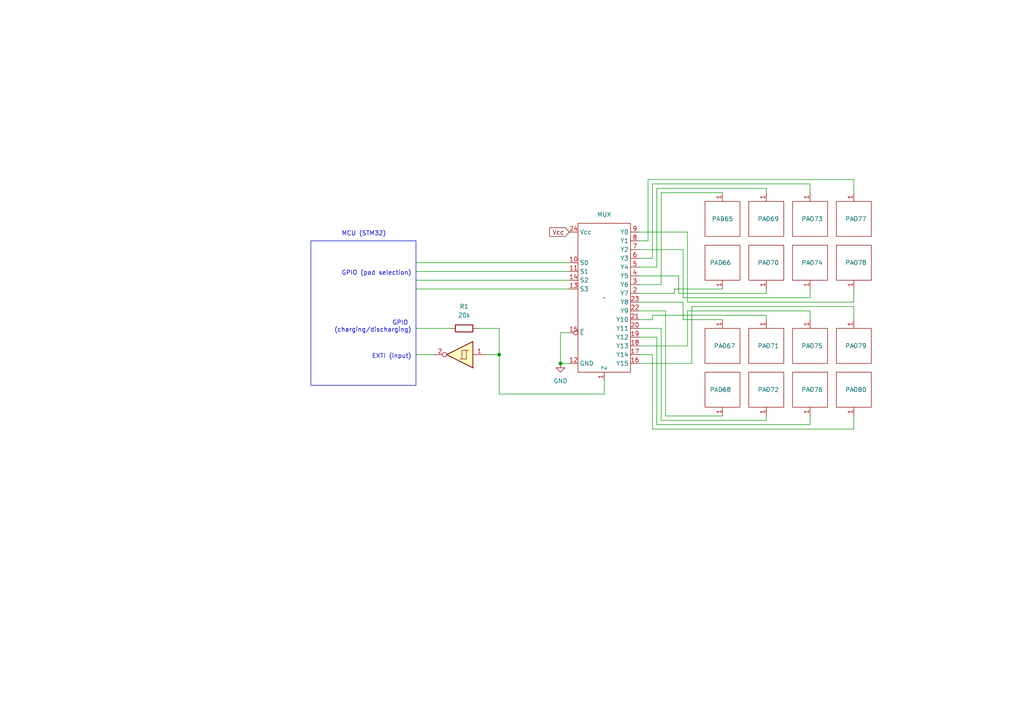
<source format=kicad_sch>
(kicad_sch (version 20230121) (generator eeschema)
  (paper "A4")
  (lib_symbols
    (symbol "74xx:74HC14" (pin_names (offset 1.016))
      (property "Reference" "U" (at 0 1.27 0))
      (property "Value" "74HC14" (at 0 -1.27 0))
      (symbol "74HC14_1_0"
        (polyline (pts (xy -3.81 3.81) (xy -3.81 -3.81) (xy 3.81 0) (xy -3.81 3.81)) (stroke (width 0.254)) (fill (type background)))
        (pin input line (at -7.62 0 0) (length 3.81) (name "~") (number "1"))
        (pin output inverted (at 7.62 0 180) (length 3.81) (name "~") (number "2"))
      )
      (symbol "74HC14_1_1"
        (polyline (pts (xy -1.905 -1.27) (xy -1.905 1.27) (xy -0.635 1.27)))
        (polyline (pts (xy -2.54 -1.27) (xy -0.635 -1.27) (xy -0.635 1.27) (xy 0 1.27)))
      )
      (symbol "74HC14_2_0"
        (polyline (pts (xy -3.81 3.81) (xy -3.81 -3.81) (xy 3.81 0) (xy -3.81 3.81)) (stroke (width 0.254)) (fill (type background)))
        (pin input line (at -7.62 0 0) (length 3.81) (name "~") (number "3"))
        (pin output inverted (at 7.62 0 180) (length 3.81) (name "~") (number "4"))
      )
      (symbol "74HC14_2_1"
        (polyline (pts (xy -1.905 -1.27) (xy -1.905 1.27) (xy -0.635 1.27)))
        (polyline (pts (xy -2.54 -1.27) (xy -0.635 -1.27) (xy -0.635 1.27) (xy 0 1.27)))
      )
      (symbol "74HC14_3_0"
        (polyline (pts (xy -3.81 3.81) (xy -3.81 -3.81) (xy 3.81 0) (xy -3.81 3.81)) (stroke (width 0.254)) (fill (type background)))
        (pin input line (at -7.62 0 0) (length 3.81) (name "~") (number "5"))
        (pin output inverted (at 7.62 0 180) (length 3.81) (name "~") (number "6"))
      )
      (symbol "74HC14_3_1"
        (polyline (pts (xy -1.905 -1.27) (xy -1.905 1.27) (xy -0.635 1.27)))
        (polyline (pts (xy -2.54 -1.27) (xy -0.635 -1.27) (xy -0.635 1.27) (xy 0 1.27)))
      )
      (symbol "74HC14_4_0"
        (polyline (pts (xy -3.81 3.81) (xy -3.81 -3.81) (xy 3.81 0) (xy -3.81 3.81)) (stroke (width 0.254)) (fill (type background)))
        (pin output inverted (at 7.62 0 180) (length 3.81) (name "~") (number "8"))
        (pin input line (at -7.62 0 0) (length 3.81) (name "~") (number "9"))
      )
      (symbol "74HC14_4_1"
        (polyline (pts (xy -1.905 -1.27) (xy -1.905 1.27) (xy -0.635 1.27)))
        (polyline (pts (xy -2.54 -1.27) (xy -0.635 -1.27) (xy -0.635 1.27) (xy 0 1.27)))
      )
      (symbol "74HC14_5_0"
        (polyline (pts (xy -3.81 3.81) (xy -3.81 -3.81) (xy 3.81 0) (xy -3.81 3.81)) (stroke (width 0.254)) (fill (type background)))
        (pin output inverted (at 7.62 0 180) (length 3.81) (name "~") (number "10"))
        (pin input line (at -7.62 0 0) (length 3.81) (name "~") (number "11"))
      )
      (symbol "74HC14_5_1"
        (polyline (pts (xy -1.905 -1.27) (xy -1.905 1.27) (xy -0.635 1.27)))
        (polyline (pts (xy -2.54 -1.27) (xy -0.635 -1.27) (xy -0.635 1.27) (xy 0 1.27)))
      )
      (symbol "74HC14_6_0"
        (polyline (pts (xy -3.81 3.81) (xy -3.81 -3.81) (xy 3.81 0) (xy -3.81 3.81)) (stroke (width 0.254)) (fill (type background)))
        (pin output inverted (at 7.62 0 180) (length 3.81) (name "~") (number "12"))
        (pin input line (at -7.62 0 0) (length 3.81) (name "~") (number "13"))
      )
      (symbol "74HC14_6_1"
        (polyline (pts (xy -1.905 -1.27) (xy -1.905 1.27) (xy -0.635 1.27)))
        (polyline (pts (xy -2.54 -1.27) (xy -0.635 -1.27) (xy -0.635 1.27) (xy 0 1.27)))
      )
      (symbol "74HC14_7_0"
        (pin power_in line (at 0 12.7 270) (length 5.08) (name "VCC") (number "14"))
        (pin power_in line (at 0 -12.7 90) (length 5.08) (name "GND") (number "7"))
      )
      (symbol "74HC14_7_1"
        (rectangle (start -5.08 7.62) (end 5.08 -7.62) (stroke (width 0.254)) (fill (type background)))
      )
    )
    (symbol "Device:R" (pin_numbers hide) (pin_names (offset 0))
      (property "Reference" "R" (at 2.032 0 90))
      (property "Value" "R" (at 0 0 90))
      (symbol "R_0_1"
        (rectangle (start -1.016 -2.54) (end 1.016 2.54) (stroke (width 0.254)))
      )
      (symbol "R_1_1"
        (pin passive line (at 0 3.81 270) (length 1.27) (name "~") (number "1"))
        (pin passive line (at 0 -3.81 90) (length 1.27) (name "~") (number "2"))
      )
    )
    (symbol "gridcap_symbols:74HC4067PW-Q100J"
      (property "Reference" "MUX" (at 0 0 0))
      (symbol "74HC4067PW-Q100J_0_1"
        (rectangle (start -7.62 21.59) (end 7.62 -21.59))
      )
      (symbol "74HC4067PW-Q100J_1_1"
        (pin bidirectional line (at 0 -24.13 90) (length 2.54) (name "Z") (number "1"))
        (pin input line (at -10.16 10.16 0) (length 2.54) (name "S0") (number "10"))
        (pin input line (at -10.16 7.62 0) (length 2.54) (name "S1") (number "11"))
        (pin power_in line (at -10.16 -19.05 0) (length 2.54) (name "GND") (number "12"))
        (pin input line (at -10.16 2.54 0) (length 2.54) (name "S3") (number "13"))
        (pin input line (at -10.16 5.08 0) (length 2.54) (name "S2") (number "14"))
        (pin input inverted (at -10.16 -10.16 0) (length 2.54) (name "~{E}") (number "15"))
        (pin bidirectional line (at 10.16 -19.05 180) (length 2.54) (name "Y15") (number "16"))
        (pin bidirectional line (at 10.16 -16.51 180) (length 2.54) (name "Y14") (number "17"))
        (pin bidirectional line (at 10.16 -13.97 180) (length 2.54) (name "Y13") (number "18"))
        (pin bidirectional line (at 10.16 -11.43 180) (length 2.54) (name "Y12") (number "19"))
        (pin bidirectional line (at 10.16 1.27 180) (length 2.54) (name "Y7") (number "2"))
        (pin bidirectional line (at 10.16 -8.89 180) (length 2.54) (name "Y11") (number "20"))
        (pin bidirectional line (at 10.16 -6.35 180) (length 2.54) (name "Y10") (number "21"))
        (pin bidirectional line (at 10.16 -3.81 180) (length 2.54) (name "Y9") (number "22"))
        (pin bidirectional line (at 10.16 -1.27 180) (length 2.54) (name "Y8") (number "23"))
        (pin power_in line (at -10.16 19.05 0) (length 2.54) (name "Vcc") (number "24"))
        (pin bidirectional line (at 10.16 3.81 180) (length 2.54) (name "Y6") (number "3"))
        (pin bidirectional line (at 10.16 6.35 180) (length 2.54) (name "Y5") (number "4"))
        (pin bidirectional line (at 10.16 8.89 180) (length 2.54) (name "Y4") (number "5"))
        (pin bidirectional line (at 10.16 11.43 180) (length 2.54) (name "Y3") (number "6"))
        (pin bidirectional line (at 10.16 13.97 180) (length 2.54) (name "Y2") (number "7"))
        (pin bidirectional line (at 10.16 16.51 180) (length 2.54) (name "Y1") (number "8"))
        (pin bidirectional line (at 10.16 19.05 180) (length 2.54) (name "Y0") (number "9"))
      )
    )
    (symbol "gridcap_symbols:CAPACITOR_PAD"
      (property "Reference" "PAD" (at 0 0 0))
      (symbol "CAPACITOR_PAD_0_1"
        (rectangle (start -5.08 5.08) (end 5.08 -5.08))
      )
      (symbol "CAPACITOR_PAD_1_1"
        (pin bidirectional line (at 0 7.62 270) (length 2.54) (name "") (number "1"))
      )
    )
    (symbol "power:GND" (power) (pin_names (offset 0))
      (property "Value" "GND" (at 0 -3.81 0))
      (symbol "GND_0_1"
        (polyline (pts (xy 0 0) (xy 0 -1.27) (xy 1.27 -1.27) (xy 0 -2.54) (xy -1.27 -1.27) (xy 0 -1.27)))
      )
      (symbol "GND_1_1"
        (pin power_in line (at 0 0 270) (length 0) hide (name "GND") (number "1"))
      )
    )
  )
  (junction (at 144.78 102.87))
  (junction (at 162.56 105.41))
  (wire (pts (xy 144.78 114.3) (xy 175.26 114.3)))
  (wire (pts (xy 195.58 85.09) (xy 185.42 85.09)))
  (wire (pts (xy 234.95 83.82) (xy 234.95 86.36)))
  (wire (pts (xy 196.85 85.09) (xy 222.25 85.09)))
  (wire (pts (xy 185.42 100.33) (xy 199.39 100.33)))
  (wire (pts (xy 191.77 95.25) (xy 191.77 121.92)))
  (wire (pts (xy 190.5 77.47) (xy 190.5 54.61)))
  (wire (pts (xy 222.25 91.44) (xy 222.25 92.71)))
  (wire (pts (xy 120.65 102.87) (xy 125.73 102.87)))
  (wire (pts (xy 144.78 102.87) (xy 144.78 114.3)))
  (wire (pts (xy 191.77 82.55) (xy 191.77 55.88)))
  (wire (pts (xy 185.42 97.79) (xy 190.5 97.79)))
  (wire (pts (xy 189.23 91.44) (xy 189.23 92.71)))
  (wire (pts (xy 120.65 95.25) (xy 130.81 95.25)))
  (wire (pts (xy 247.65 88.9) (xy 247.65 92.71)))
  (wire (pts (xy 120.65 81.28) (xy 165.1 81.28)))
  (wire (pts (xy 185.42 82.55) (xy 191.77 82.55)))
  (wire (pts (xy 189.23 124.46) (xy 247.65 124.46)))
  (wire (pts (xy 185.42 87.63) (xy 198.12 87.63)))
  (wire (pts (xy 198.12 87.63) (xy 198.12 92.71)))
  (wire (pts (xy 120.65 76.2) (xy 165.1 76.2)))
  (wire (pts (xy 175.26 114.3) (xy 175.26 110.49)))
  (wire (pts (xy 247.65 124.46) (xy 247.65 120.65)))
  (wire (pts (xy 185.42 72.39) (xy 198.12 72.39)))
  (wire (pts (xy 222.25 83.82) (xy 222.25 85.09)))
  (wire (pts (xy 165.1 96.52) (xy 162.56 96.52)))
  (wire (pts (xy 195.58 83.82) (xy 195.58 85.09)))
  (wire (pts (xy 190.5 123.19) (xy 234.95 123.19)))
  (wire (pts (xy 199.39 67.31) (xy 199.39 87.63)))
  (wire (pts (xy 140.97 102.87) (xy 144.78 102.87)))
  (wire (pts (xy 199.39 100.33) (xy 199.39 90.17)))
  (wire (pts (xy 234.95 90.17) (xy 234.95 92.71)))
  (wire (pts (xy 193.04 90.17) (xy 193.04 120.65)))
  (wire (pts (xy 185.42 80.01) (xy 196.85 80.01)))
  (wire (pts (xy 187.96 52.07) (xy 187.96 69.85)))
  (wire (pts (xy 185.42 77.47) (xy 190.5 77.47)))
  (wire (pts (xy 247.65 87.63) (xy 247.65 83.82)))
  (wire (pts (xy 198.12 86.36) (xy 234.95 86.36)))
  (wire (pts (xy 247.65 55.88) (xy 247.65 52.07)))
  (wire (pts (xy 185.42 90.17) (xy 193.04 90.17)))
  (wire (pts (xy 185.42 95.25) (xy 191.77 95.25)))
  (wire (pts (xy 234.95 53.34) (xy 234.95 55.88)))
  (wire (pts (xy 162.56 105.41) (xy 162.56 96.52)))
  (wire (pts (xy 191.77 121.92) (xy 222.25 121.92)))
  (wire (pts (xy 198.12 92.71) (xy 209.55 92.71)))
  (wire (pts (xy 222.25 121.92) (xy 222.25 120.65)))
  (wire (pts (xy 196.85 80.01) (xy 196.85 85.09)))
  (wire (pts (xy 209.55 83.82) (xy 195.58 83.82)))
  (wire (pts (xy 185.42 102.87) (xy 189.23 102.87)))
  (wire (pts (xy 187.96 69.85) (xy 185.42 69.85)))
  (wire (pts (xy 191.77 55.88) (xy 209.55 55.88)))
  (wire (pts (xy 189.23 74.93) (xy 189.23 53.34)))
  (wire (pts (xy 189.23 92.71) (xy 185.42 92.71)))
  (wire (pts (xy 120.65 83.82) (xy 165.1 83.82)))
  (wire (pts (xy 185.42 74.93) (xy 189.23 74.93)))
  (wire (pts (xy 200.66 88.9) (xy 247.65 88.9)))
  (wire (pts (xy 234.95 123.19) (xy 234.95 120.65)))
  (wire (pts (xy 200.66 105.41) (xy 200.66 88.9)))
  (wire (pts (xy 199.39 87.63) (xy 247.65 87.63)))
  (wire (pts (xy 185.42 105.41) (xy 200.66 105.41)))
  (wire (pts (xy 165.1 105.41) (xy 162.56 105.41)))
  (wire (pts (xy 199.39 90.17) (xy 234.95 90.17)))
  (wire (pts (xy 189.23 53.34) (xy 234.95 53.34)))
  (wire (pts (xy 247.65 52.07) (xy 187.96 52.07)))
  (wire (pts (xy 189.23 91.44) (xy 222.25 91.44)))
  (wire (pts (xy 198.12 72.39) (xy 198.12 86.36)))
  (wire (pts (xy 189.23 102.87) (xy 189.23 124.46)))
  (wire (pts (xy 190.5 97.79) (xy 190.5 123.19)))
  (wire (pts (xy 193.04 120.65) (xy 209.55 120.65)))
  (wire (pts (xy 138.43 95.25) (xy 144.78 95.25)))
  (wire (pts (xy 144.78 95.25) (xy 144.78 102.87)))
  (wire (pts (xy 185.42 67.31) (xy 199.39 67.31)))
  (wire (pts (xy 120.65 78.74) (xy 165.1 78.74)))
  (wire (pts (xy 222.25 54.61) (xy 222.25 55.88)))
  (wire (pts (xy 190.5 54.61) (xy 222.25 54.61)))
  (rectangle (start 90.17 69.85) (end 120.65 111.76))
  (text "EXTI (input)" (at 119.38 104.14 0) (effects (font (size 1.27 1.27)) (justify right bottom)))
  (text "GPIO \n(charging/discharging)" (at 119.38 96.52 0) (effects (font (size 1.27 1.27)) (justify right bottom)))
  (text "GPIO (pad selection)" (at 119.38 80.01 0) (effects (font (size 1.27 1.27)) (justify right bottom)))
  (text "MCU (STM32)" (at 99.06 68.58 0) (effects (font (size 1.27 1.27)) (justify left bottom)))
  (global_label "Vcc" (shape input) (at 165.1 67.31 180) (property "Intersheetrefs" "${INTERSHEET_REFS}" (effects hide)))
  (symbol (lib_id "gridcap_symbols:CAPACITOR_PAD") (at 209.55 76.2 180) (unit 1)
    (property "Reference" "PAD66" (at 212.09 76.2 0) (effects (justify left)))
    (property "Value" "~" (at 209.55 76.2 0))
    (property "Footprint" "gridcap_footprints:CAPACITOR_PAD" (effects hide))
  )
  (symbol (lib_id "Device:R") (at 134.62 95.25 90) (unit 1)
    (property "Reference" "R1" (at 134.62 88.9 90))
    (property "Value" "20k" (at 134.62 91.44 90))
  )
  (symbol (lib_id "gridcap_symbols:CAPACITOR_PAD") (at 234.95 63.5 0) (unit 1)
    (property "Reference" "PAD73" (at 232.41 63.5 0) (effects (justify left)))
    (property "Value" "~" (at 234.95 63.5 0))
    (property "Footprint" "gridcap_footprints:CAPACITOR_PAD" (effects hide))
  )
  (symbol (lib_id "gridcap_symbols:CAPACITOR_PAD") (at 234.95 100.33 0) (unit 1)
    (property "Reference" "PAD75" (at 232.41 100.33 0) (effects (justify left)))
    (property "Value" "~" (at 234.95 100.33 0))
    (property "Footprint" "gridcap_footprints:CAPACITOR_PAD" (effects hide))
  )
  (symbol (lib_id "gridcap_symbols:CAPACITOR_PAD") (at 209.55 63.5 0) (unit 1)
    (property "Reference" "PAD65" (at 209.55 63.5 0))
    (property "Value" "~" (at 209.55 63.5 0))
    (property "Footprint" "gridcap_footprints:CAPACITOR_PAD" (effects hide))
  )
  (symbol (lib_id "gridcap_symbols:CAPACITOR_PAD") (at 247.65 113.03 0) (mirror x) (unit 1)
    (property "Reference" "PAD80" (at 245.11 113.03 0) (effects (justify left)))
    (property "Value" "~" (at 247.65 113.03 0))
    (property "Footprint" "gridcap_footprints:CAPACITOR_PAD" (effects hide))
  )
  (symbol (lib_id "gridcap_symbols:CAPACITOR_PAD") (at 234.95 113.03 0) (mirror x) (unit 1)
    (property "Reference" "PAD76" (at 232.41 113.03 0) (effects (justify left)))
    (property "Value" "~" (at 234.95 113.03 0))
    (property "Footprint" "gridcap_footprints:CAPACITOR_PAD" (effects hide))
  )
  (symbol (lib_id "gridcap_symbols:74HC4067PW-Q100J") (at 175.26 86.36 0) (unit 1)
    (property "Reference" "MUX" (at 175.26 62.23 0))
    (property "Value" "~" (at 175.26 86.36 0))
    (property "Footprint" "gridcap_footprints:74HC4067PW-Q100J" (effects hide))
  )
  (symbol (lib_id "gridcap_symbols:CAPACITOR_PAD") (at 222.25 63.5 0) (unit 1)
    (property "Reference" "PAD69" (at 219.71 63.5 0) (effects (justify left)))
    (property "Value" "~" (at 222.25 63.5 0))
    (property "Footprint" "gridcap_footprints:CAPACITOR_PAD" (effects hide))
  )
  (symbol (lib_id "power:GND") (at 162.56 105.41 0) (unit 1)
    (property "Reference" "#PWR06" (effects hide))
    (property "Value" "GND" (at 162.56 110.49 0))
  )
  (symbol (lib_id "74xx:74HC14") (at 133.35 102.87 180) (unit 1)
    (property "Reference" "U1" (effects hide))
    (property "Value" "74HC14" (effects hide))
    (property "Datasheet" "http://www.ti.com/lit/gpn/sn74HC14" (effects hide))
  )
  (symbol (lib_id "gridcap_symbols:CAPACITOR_PAD") (at 209.55 100.33 0) (unit 1)
    (property "Reference" "PAD67" (at 207.01 100.33 0) (effects (justify left)))
    (property "Value" "~" (at 209.55 100.33 0))
    (property "Footprint" "gridcap_footprints:CAPACITOR_PAD" (effects hide))
  )
  (symbol (lib_id "gridcap_symbols:CAPACITOR_PAD") (at 247.65 100.33 0) (unit 1)
    (property "Reference" "PAD79" (at 245.11 100.33 0) (effects (justify left)))
    (property "Value" "~" (at 247.65 100.33 0))
    (property "Footprint" "gridcap_footprints:CAPACITOR_PAD" (effects hide))
  )
  (symbol (lib_id "gridcap_symbols:CAPACITOR_PAD") (at 222.25 113.03 0) (mirror x) (unit 1)
    (property "Reference" "PAD72" (at 219.71 113.03 0) (effects (justify left)))
    (property "Value" "~" (at 222.25 113.03 0))
    (property "Footprint" "gridcap_footprints:CAPACITOR_PAD" (effects hide))
  )
  (symbol (lib_id "gridcap_symbols:CAPACITOR_PAD") (at 222.25 100.33 0) (unit 1)
    (property "Reference" "PAD71" (at 219.71 100.33 0) (effects (justify left)))
    (property "Value" "~" (at 222.25 100.33 0))
    (property "Footprint" "gridcap_footprints:CAPACITOR_PAD" (effects hide))
  )
  (symbol (lib_id "gridcap_symbols:CAPACITOR_PAD") (at 222.25 76.2 0) (mirror x) (unit 1)
    (property "Reference" "PAD70" (at 219.71 76.2 0) (effects (justify left)))
    (property "Value" "~" (at 222.25 76.2 0))
    (property "Footprint" "gridcap_footprints:CAPACITOR_PAD" (effects hide))
  )
  (symbol (lib_id "gridcap_symbols:CAPACITOR_PAD") (at 247.65 76.2 0) (mirror x) (unit 1)
    (property "Reference" "PAD78" (at 245.11 76.2 0) (effects (justify left)))
    (property "Value" "~" (at 247.65 76.2 0))
    (property "Footprint" "gridcap_footprints:CAPACITOR_PAD" (effects hide))
  )
  (symbol (lib_id "gridcap_symbols:CAPACITOR_PAD") (at 247.65 63.5 0) (unit 1)
    (property "Reference" "PAD77" (at 245.11 63.5 0) (effects (justify left)))
    (property "Value" "~" (at 247.65 63.5 0))
    (property "Footprint" "gridcap_footprints:CAPACITOR_PAD" (effects hide))
  )
  (symbol (lib_id "gridcap_symbols:CAPACITOR_PAD") (at 209.55 113.03 180) (unit 1)
    (property "Reference" "PAD68" (at 212.09 113.03 0) (effects (justify left)))
    (property "Value" "~" (at 209.55 113.03 0))
    (property "Footprint" "gridcap_footprints:CAPACITOR_PAD" (effects hide))
  )
  (symbol (lib_id "gridcap_symbols:CAPACITOR_PAD") (at 234.95 76.2 0) (mirror x) (unit 1)
    (property "Reference" "PAD74" (at 232.41 76.2 0) (effects (justify left)))
    (property "Value" "~" (at 234.95 76.2 0))
    (property "Footprint" "gridcap_footprints:CAPACITOR_PAD" (effects hide))
  )
)
</source>
